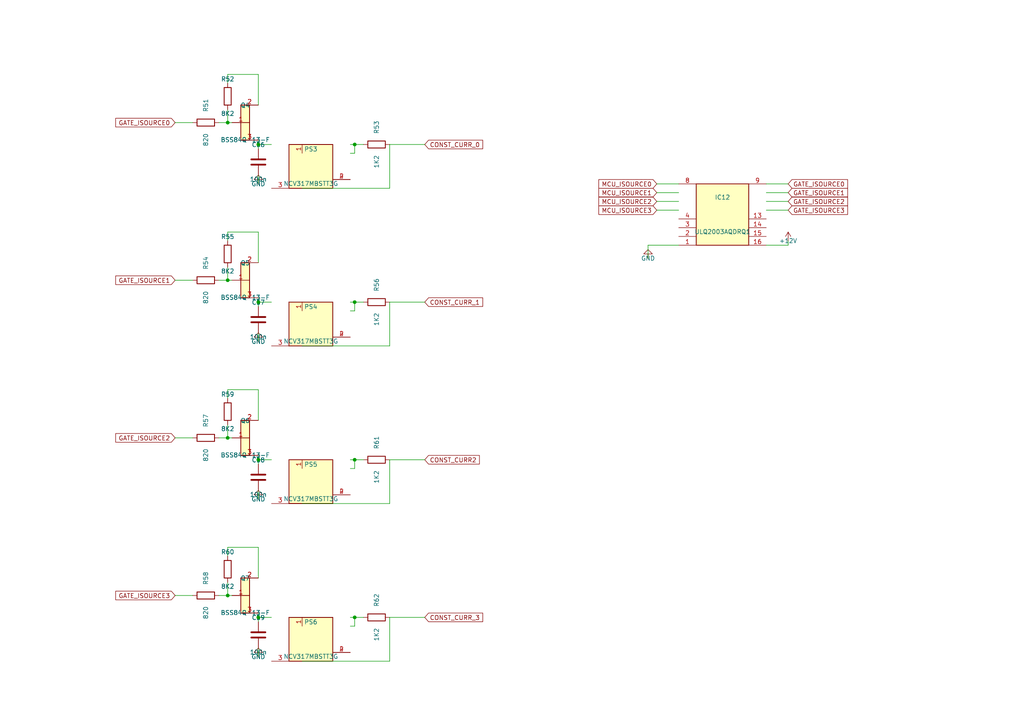
<source format=kicad_sch>
(kicad_sch (version 20231120) (generator "tokn_decoder") (generator_version "1.0")
  (paper "A4")
  (title_block (title "4 Channel Switched Constant Current Source"))
  (lib_symbols
    (symbol "Device:C" (pin_numbers (hide yes)) (pin_names (offset 0.254))
      (property "Reference" "C" (at 0.635 2.54 0))
      (property "Value" "C" (at 0.635 -2.54 0))
      (symbol "C_0_1"
        (polyline (pts (xy -2.032 0.762) (xy 2.032 0.762)) (stroke (width 0.508)))
        (polyline (pts (xy -2.032 -0.762) (xy 2.032 -0.762)) (stroke (width 0.508)))
      )
      (symbol "C_1_1"
        (pin passive line (at 0 3.81 270) (length 2.794) (name "~") (number "1"))
        (pin passive line (at 0 -3.81 90) (length 2.794) (name "~") (number "2"))
      )
    )
    (symbol "tokn:ULQ2003AQDRQ1"
      (property "Reference" "U" (at 14.7 -8.89 0))
      (property "Value" "ULQ2003AQDRQ1" (at 14.7 -6.3500000000000005 0))
      (symbol "ULQ2003AQDRQ1_1_1"
        (rectangle (start -7.619999999999999 -8.89) (end 7.619999999999999 8.89) (stroke (width 0.254)) (fill (type background)))
        (pin passive line (at 12.699999999999989 8.890000000000008 180) (length 5.079999999999989) (name "~") (number "9"))
        (pin passive line (at -12.700000000000017 8.890000000000008 0) (length 5.080000000000018) (name "~") (number "8"))
        (pin passive line (at 12.699999999999989 -8.889999999999993 180) (length 5.079999999999989) (name "~") (number "16"))
        (pin passive line (at 12.699999999999989 -6.349999999999994 180) (length 5.079999999999989) (name "~") (number "15"))
        (pin passive line (at 12.699999999999989 -3.809999999999995 180) (length 5.079999999999989) (name "~") (number "14"))
        (pin passive line (at 12.699999999999989 -1.269999999999996 180) (length 5.079999999999989) (name "~") (number "13"))
        (pin passive line (at -12.700000000000017 -8.889999999999993 0) (length 5.080000000000018) (name "~") (number "1"))
        (pin passive line (at -12.700000000000017 -6.349999999999994 0) (length 5.080000000000018) (name "~") (number "2"))
        (pin passive line (at -12.700000000000017 -3.809999999999995 0) (length 5.080000000000018) (name "~") (number "3"))
        (pin passive line (at -12.700000000000017 -1.269999999999996 0) (length 5.080000000000018) (name "~") (number "4"))
      )
    )
    (symbol "tokn:NCV317MBSTT3G"
      (property "Reference" "U" (at 13.43 -6.35 0))
      (property "Value" "NCV317MBSTT3G" (at 13.43 -3.8099999999999996 0))
      (symbol "NCV317MBSTT3G_1_1"
        (rectangle (start -6.35 -6.35) (end 6.35 6.35) (stroke (width 0.254)) (fill (type background)))
        (pin passive line (at -2.5400000000000063 6.350000000000001 270) (length 2.54) (name "~") (number "1"))
        (pin passive line (at -11.430000000000007 -6.350000000000001 0) (length 5.080000000000007) (name "~") (number "3"))
        (pin passive line (at 11.429999999999993 -3.809999999999995 180) (length 5.079999999999993) (name "~") (number "2"))
        (pin passive line (at 11.429999999999993 -3.809999999999995 180) (length 5.079999999999993) (name "~") (number "4"))
      )
    )
    (symbol "tokn:BSS84"
      (property "Reference" "U" (at 5.8100000000000005 -5.08 0))
      (property "Value" "BSS84" (at 5.8100000000000005 -2.54 0))
      (symbol "BSS84_1_1"
        (rectangle (start 1.27 -5.08) (end -1.27 5.08) (stroke (width 0.254)) (fill (type background)))
        (pin passive line (at 3.8100000000000023 -5.080000000000002 180) (length 5.080000000000002) (name "~") (number "3"))
        (pin passive line (at -3.8100000000000023 0.0 0) (length 5.080000000000002) (name "~") (number "1"))
        (pin passive line (at 3.8100000000000023 5.079999999999998 180) (length 5.080000000000002) (name "~") (number "2"))
      )
    )
    (symbol "Device:R" (pin_numbers (hide yes)) (pin_names (offset 0))
      (property "Reference" "R" (at 2.032 0 90))
      (property "Value" "R" (at 0 0 90))
      (symbol "R_0_1"
        (rectangle (start -1.016 -2.54) (end 1.016 2.54) (stroke (width 0.254)))
      )
      (symbol "R_1_1"
        (pin passive line (at 0 3.81 270) (length 1.27) (name "~") (number "1"))
        (pin passive line (at 0 -3.81 90) (length 1.27) (name "~") (number "2"))
      )
    )
    (symbol "power:GND" (power) (pin_numbers (hide yes)) (pin_names (offset 0) (hide yes))
      (property "Value" "GND" (at 0 -3.81 0))
      (symbol "GND_0_1"
        (polyline (pts (xy 0 0) (xy 0 -1.27) (xy 1.27 -1.27) (xy 0 -2.54) (xy -1.27 -1.27) (xy 0 -1.27)))
      )
      (symbol "GND_1_1"
        (pin power_in line (at 0 0 270) (length 0) (name "~") (number "1"))
      )
    )
    (symbol "power:+12V" (power) (pin_numbers (hide yes)) (pin_names (offset 0) (hide yes))
      (property "Value" "+12V" (at 0 3.556 0))
      (symbol "+12V_0_1"
        (polyline (pts (xy -0.762 1.27) (xy 0 2.54)))
        (polyline (pts (xy 0 2.54) (xy 0.762 1.27)))
        (polyline (pts (xy 0 0) (xy 0 2.54)))
      )
      (symbol "+12V_1_1"
        (pin power_in line (at 0 0 90) (length 0) (name "~") (number "1"))
      )
    )
  )
  (junction (at 102.87 179.07))
  (junction (at 66.04 35.56))
  (junction (at 74.93 41.91))
  (junction (at 74.93 133.35))
  (junction (at 74.93 87.63))
  (junction (at 66.04 127.0))
  (junction (at 102.87 41.91))
  (junction (at 102.87 87.63))
  (junction (at 66.04 172.72))
  (junction (at 74.93 179.07))
  (junction (at 102.87 133.35))
  (junction (at 66.04 81.28))
  (wire (pts (xy 74.93 21.59) (xy 66.04 21.59)))
  (wire (pts (xy 74.93 21.59) (xy 74.93 30.48)))
  (wire (pts (xy 66.04 21.59) (xy 66.04 24.13)))
  (wire (pts (xy 74.93 67.31) (xy 74.93 76.2)))
  (wire (pts (xy 66.04 67.31) (xy 66.04 69.85)))
  (wire (pts (xy 74.93 67.31) (xy 66.04 67.31)))
  (wire (pts (xy 66.04 113.03) (xy 66.04 115.57)))
  (wire (pts (xy 74.93 113.03) (xy 66.04 113.03)))
  (wire (pts (xy 74.93 113.03) (xy 74.93 121.92)))
  (wire (pts (xy 228.6 71.12) (xy 228.6 69.85)))
  (wire (pts (xy 222.25 71.12) (xy 228.6 71.12)))
  (wire (pts (xy 66.04 158.75) (xy 66.04 161.29)))
  (wire (pts (xy 74.93 158.75) (xy 66.04 158.75)))
  (wire (pts (xy 74.93 158.75) (xy 74.93 167.64)))
  (wire (pts (xy 187.96 71.12) (xy 187.96 74.93)))
  (wire (pts (xy 196.85 71.12) (xy 187.96 71.12)))
  (wire (pts (xy 74.93 142.24) (xy 74.93 144.78)))
  (wire (pts (xy 74.93 96.52) (xy 74.93 99.06)))
  (wire (pts (xy 74.93 50.8) (xy 74.93 53.34)))
  (wire (pts (xy 74.93 187.96) (xy 74.93 190.5)))
  (wire (pts (xy 113.03 133.35) (xy 113.03 146.05)))
  (wire (pts (xy 113.03 133.35) (xy 123.19 133.35)))
  (wire (pts (xy 113.03 146.05) (xy 87.63 146.05)))
  (wire (pts (xy 113.03 41.91) (xy 113.03 54.61)))
  (wire (pts (xy 113.03 54.61) (xy 87.63 54.61)))
  (wire (pts (xy 113.03 41.91) (xy 123.19 41.91)))
  (wire (pts (xy 113.03 87.63) (xy 113.03 100.33)))
  (wire (pts (xy 113.03 100.33) (xy 87.63 100.33)))
  (wire (pts (xy 113.03 87.63) (xy 123.19 87.63)))
  (wire (pts (xy 113.03 191.77) (xy 87.63 191.77)))
  (wire (pts (xy 113.03 179.07) (xy 113.03 191.77)))
  (wire (pts (xy 113.03 179.07) (xy 123.19 179.07)))
  (wire (pts (xy 222.25 53.34) (xy 228.6 53.34)))
  (wire (pts (xy 50.8 35.56) (xy 55.88 35.56)))
  (wire (pts (xy 50.8 81.28) (xy 55.88 81.28)))
  (wire (pts (xy 222.25 55.88) (xy 228.6 55.88)))
  (wire (pts (xy 222.25 58.42) (xy 228.6 58.42)))
  (wire (pts (xy 50.8 127.0) (xy 55.88 127.0)))
  (wire (pts (xy 222.25 60.96) (xy 228.6 60.96)))
  (wire (pts (xy 50.8 172.72) (xy 55.88 172.72)))
  (wire (pts (xy 190.5 53.34) (xy 196.85 53.34)))
  (wire (pts (xy 190.5 55.88) (xy 196.85 55.88)))
  (wire (pts (xy 190.5 58.42) (xy 196.85 58.42)))
  (wire (pts (xy 190.5 60.96) (xy 196.85 60.96)))
  (wire (pts (xy 102.87 179.07) (xy 105.41 179.07)))
  (wire (pts (xy 101.6 181.61) (xy 102.87 181.61)))
  (wire (pts (xy 102.87 179.07) (xy 102.87 181.61)))
  (wire (pts (xy 102.87 179.07) (xy 101.6 179.07)))
  (wire (pts (xy 66.04 31.75) (xy 66.04 35.56)))
  (wire (pts (xy 63.5 35.56) (xy 66.04 35.56)))
  (wire (pts (xy 66.04 35.56) (xy 67.31 35.56)))
  (wire (pts (xy 74.93 40.64) (xy 74.93 41.91)))
  (wire (pts (xy 74.93 41.91) (xy 74.93 43.18)))
  (wire (pts (xy 74.93 41.91) (xy 78.74 41.91)))
  (wire (pts (xy 74.93 133.35) (xy 78.74 133.35)))
  (wire (pts (xy 74.93 132.08) (xy 74.93 133.35)))
  (wire (pts (xy 74.93 133.35) (xy 74.93 134.62)))
  (wire (pts (xy 74.93 86.36) (xy 74.93 87.63)))
  (wire (pts (xy 74.93 87.63) (xy 78.74 87.63)))
  (wire (pts (xy 74.93 87.63) (xy 74.93 88.9)))
  (wire (pts (xy 66.04 127.0) (xy 67.31 127.0)))
  (wire (pts (xy 63.5 127.0) (xy 66.04 127.0)))
  (wire (pts (xy 66.04 123.19) (xy 66.04 127.0)))
  (wire (pts (xy 102.87 41.91) (xy 102.87 44.45)))
  (wire (pts (xy 102.87 41.91) (xy 101.6 41.91)))
  (wire (pts (xy 102.87 41.91) (xy 105.41 41.91)))
  (wire (pts (xy 101.6 44.45) (xy 102.87 44.45)))
  (wire (pts (xy 102.87 87.63) (xy 102.87 90.17)))
  (wire (pts (xy 101.6 90.17) (xy 102.87 90.17)))
  (wire (pts (xy 102.87 87.63) (xy 101.6 87.63)))
  (wire (pts (xy 102.87 87.63) (xy 105.41 87.63)))
  (wire (pts (xy 66.04 172.72) (xy 67.31 172.72)))
  (wire (pts (xy 63.5 172.72) (xy 66.04 172.72)))
  (wire (pts (xy 66.04 168.91) (xy 66.04 172.72)))
  (wire (pts (xy 74.93 177.8) (xy 74.93 179.07)))
  (wire (pts (xy 74.93 179.07) (xy 74.93 180.34)))
  (wire (pts (xy 74.93 179.07) (xy 78.74 179.07)))
  (wire (pts (xy 102.87 133.35) (xy 102.87 135.89)))
  (wire (pts (xy 101.6 135.89) (xy 102.87 135.89)))
  (wire (pts (xy 102.87 133.35) (xy 105.41 133.35)))
  (wire (pts (xy 102.87 133.35) (xy 101.6 133.35)))
  (wire (pts (xy 66.04 77.47) (xy 66.04 81.28)))
  (wire (pts (xy 63.5 81.28) (xy 66.04 81.28)))
  (wire (pts (xy 66.04 81.28) (xy 67.31 81.28)))
  (global_label "CONST_CURR2" (shape input) (at 123.19 133.35 0) (property "Intersheetrefs" "${INTERSHEET_REFS}" (effects (hide yes))))
  (global_label "CONST_CURR_0" (shape input) (at 123.19 41.91 0) (property "Intersheetrefs" "${INTERSHEET_REFS}" (effects (hide yes))))
  (global_label "CONST_CURR_1" (shape input) (at 123.19 87.63 0) (property "Intersheetrefs" "${INTERSHEET_REFS}" (effects (hide yes))))
  (global_label "CONST_CURR_3" (shape input) (at 123.19 179.07 0) (property "Intersheetrefs" "${INTERSHEET_REFS}" (effects (hide yes))))
  (global_label "GATE_ISOURCE0" (shape input) (at 228.6 53.34 0) (property "Intersheetrefs" "${INTERSHEET_REFS}" (effects (hide yes))))
  (global_label "GATE_ISOURCE0" (shape input) (at 50.8 35.56 180) (property "Intersheetrefs" "${INTERSHEET_REFS}" (effects (hide yes))))
  (global_label "GATE_ISOURCE1" (shape input) (at 50.8 81.28 180) (property "Intersheetrefs" "${INTERSHEET_REFS}" (effects (hide yes))))
  (global_label "GATE_ISOURCE1" (shape input) (at 228.6 55.88 0) (property "Intersheetrefs" "${INTERSHEET_REFS}" (effects (hide yes))))
  (global_label "GATE_ISOURCE2" (shape input) (at 228.6 58.42 0) (property "Intersheetrefs" "${INTERSHEET_REFS}" (effects (hide yes))))
  (global_label "GATE_ISOURCE2" (shape input) (at 50.8 127.0 180) (property "Intersheetrefs" "${INTERSHEET_REFS}" (effects (hide yes))))
  (global_label "GATE_ISOURCE3" (shape input) (at 228.6 60.96 0) (property "Intersheetrefs" "${INTERSHEET_REFS}" (effects (hide yes))))
  (global_label "GATE_ISOURCE3" (shape input) (at 50.8 172.72 180) (property "Intersheetrefs" "${INTERSHEET_REFS}" (effects (hide yes))))
  (global_label "MCU_ISOURCE0" (shape input) (at 190.5 53.34 180) (property "Intersheetrefs" "${INTERSHEET_REFS}" (effects (hide yes))))
  (global_label "MCU_ISOURCE1" (shape input) (at 190.5 55.88 180) (property "Intersheetrefs" "${INTERSHEET_REFS}" (effects (hide yes))))
  (global_label "MCU_ISOURCE2" (shape input) (at 190.5 58.42 180) (property "Intersheetrefs" "${INTERSHEET_REFS}" (effects (hide yes))))
  (global_label "MCU_ISOURCE3" (shape input) (at 190.5 60.96 180) (property "Intersheetrefs" "${INTERSHEET_REFS}" (effects (hide yes))))
  (symbol (lib_id "Device:C") (at 74.93 46.99 0) (unit 1)
    (property "Reference" "C56" (at 74.93 41.99 0))
    (property "Value" "100n" (at 74.93 51.99 0))
  )
  (symbol (lib_id "Device:C") (at 74.93 92.71 0) (unit 1)
    (property "Reference" "C57" (at 74.93 87.71 0))
    (property "Value" "100n" (at 74.93 97.71 0))
  )
  (symbol (lib_id "Device:C") (at 74.93 138.43 0) (unit 1)
    (property "Reference" "C58" (at 74.93 133.43 0))
    (property "Value" "100n" (at 74.93 143.43 0))
  )
  (symbol (lib_id "Device:C") (at 74.93 184.15 0) (unit 1)
    (property "Reference" "C59" (at 74.93 179.15 0))
    (property "Value" "100n" (at 74.93 189.15 0))
  )
  (symbol (lib_id "tokn:ULQ2003AQDRQ1") (at 209.55 62.23 0) (unit 1)
    (property "Reference" "IC12" (at 209.55 57.23 0))
    (property "Value" "ULQ2003AQDRQ1" (at 209.55 67.22999999999999 0))
    (property "Footprint" "SOIC-127" (effects (hide yes)))
  )
  (symbol (lib_id "tokn:NCV317MBSTT3G") (at 90.17 48.26 0) (unit 1)
    (property "Reference" "PS3" (at 90.17 43.26 0))
    (property "Value" "NCV317MBSTT3G" (at 90.17 53.26 0))
    (property "Footprint" "SOT230P700X175-4N" (effects (hide yes)))
  )
  (symbol (lib_id "tokn:NCV317MBSTT3G") (at 90.17 93.98 0) (unit 1)
    (property "Reference" "PS4" (at 90.17 88.98 0))
    (property "Value" "NCV317MBSTT3G" (at 90.17 98.98 0))
    (property "Footprint" "SOT230P700X175-4N" (effects (hide yes)))
  )
  (symbol (lib_id "tokn:NCV317MBSTT3G") (at 90.17 139.7 0) (unit 1)
    (property "Reference" "PS5" (at 90.17 134.7 0))
    (property "Value" "NCV317MBSTT3G" (at 90.17 144.7 0))
    (property "Footprint" "SOT230P700X175-4N" (effects (hide yes)))
  )
  (symbol (lib_id "tokn:NCV317MBSTT3G") (at 90.17 185.42 0) (unit 1)
    (property "Reference" "PS6" (at 90.17 180.42 0))
    (property "Value" "NCV317MBSTT3G" (at 90.17 190.42 0))
    (property "Footprint" "SOT230P700X175-4N" (effects (hide yes)))
  )
  (symbol (lib_id "tokn:BSS84") (at 71.12 35.56 0) (unit 1)
    (property "Reference" "Q4" (at 71.12 30.560000000000002 0))
    (property "Value" "BSS84Q-13-F" (at 71.12 40.56 0))
    (property "Footprint" "SOT-23" (effects (hide yes)))
  )
  (symbol (lib_id "tokn:BSS84") (at 71.12 81.28 0) (unit 1)
    (property "Reference" "Q5" (at 71.12 76.28 0))
    (property "Value" "BSS84Q-13-F" (at 71.12 86.28 0))
    (property "Footprint" "SOT-23" (effects (hide yes)))
  )
  (symbol (lib_id "tokn:BSS84") (at 71.12 127.0 0) (unit 1)
    (property "Reference" "Q6" (at 71.12 122.0 0))
    (property "Value" "BSS84Q-13-F" (at 71.12 132.0 0))
    (property "Footprint" "SOT-23" (effects (hide yes)))
  )
  (symbol (lib_id "tokn:BSS84") (at 71.12 172.72 0) (unit 1)
    (property "Reference" "Q7" (at 71.12 167.72 0))
    (property "Value" "BSS84Q-13-F" (at 71.12 177.72 0))
    (property "Footprint" "SOT-23" (effects (hide yes)))
  )
  (symbol (lib_id "Device:R") (at 59.69 35.56 270) (unit 1)
    (property "Reference" "R51" (at 59.69 30.560000000000002 0))
    (property "Value" "820" (at 59.69 40.56 0))
    (property "Footprint" "0603" (effects (hide yes)))
  )
  (symbol (lib_id "Device:R") (at 66.04 27.94 0) (unit 1)
    (property "Reference" "R52" (at 66.04 22.94 0))
    (property "Value" "8K2" (at 66.04 32.94 0))
    (property "Footprint" "0603" (effects (hide yes)))
  )
  (symbol (lib_id "Device:R") (at 109.22 41.91 270) (unit 1)
    (property "Reference" "R53" (at 109.22 36.91 0))
    (property "Value" "1K2" (at 109.22 46.91 0))
    (property "Footprint" "0603" (effects (hide yes)))
  )
  (symbol (lib_id "Device:R") (at 59.69 81.28 270) (unit 1)
    (property "Reference" "R54" (at 59.69 76.28 0))
    (property "Value" "820" (at 59.69 86.28 0))
    (property "Footprint" "0603" (effects (hide yes)))
  )
  (symbol (lib_id "Device:R") (at 66.04 73.66 0) (unit 1)
    (property "Reference" "R55" (at 66.04 68.66 0))
    (property "Value" "8K2" (at 66.04 78.66 0))
    (property "Footprint" "0603" (effects (hide yes)))
  )
  (symbol (lib_id "Device:R") (at 109.22 87.63 270) (unit 1)
    (property "Reference" "R56" (at 109.22 82.63 0))
    (property "Value" "1K2" (at 109.22 92.63 0))
    (property "Footprint" "0603" (effects (hide yes)))
  )
  (symbol (lib_id "Device:R") (at 59.69 127.0 270) (unit 1)
    (property "Reference" "R57" (at 59.69 122.0 0))
    (property "Value" "820" (at 59.69 132.0 0))
    (property "Footprint" "0603" (effects (hide yes)))
  )
  (symbol (lib_id "Device:R") (at 59.69 172.72 270) (unit 1)
    (property "Reference" "R58" (at 59.69 167.72 0))
    (property "Value" "820" (at 59.69 177.72 0))
    (property "Footprint" "0603" (effects (hide yes)))
  )
  (symbol (lib_id "Device:R") (at 66.04 119.38 0) (unit 1)
    (property "Reference" "R59" (at 66.04 114.38 0))
    (property "Value" "8K2" (at 66.04 124.38 0))
    (property "Footprint" "0603" (effects (hide yes)))
  )
  (symbol (lib_id "Device:R") (at 66.04 165.1 0) (unit 1)
    (property "Reference" "R60" (at 66.04 160.1 0))
    (property "Value" "8K2" (at 66.04 170.1 0))
    (property "Footprint" "0603" (effects (hide yes)))
  )
  (symbol (lib_id "Device:R") (at 109.22 133.35 270) (unit 1)
    (property "Reference" "R61" (at 109.22 128.35 0))
    (property "Value" "1K2" (at 109.22 138.35 0))
    (property "Footprint" "0603" (effects (hide yes)))
  )
  (symbol (lib_id "Device:R") (at 109.22 179.07 270) (unit 1)
    (property "Reference" "R62" (at 109.22 174.07 0))
    (property "Value" "1K2" (at 109.22 184.07 0))
    (property "Footprint" "0603" (effects (hide yes)))
  )
  (symbol (lib_id "power:+12V") (at 228.6 69.85 0) (unit 1)
    (property "Reference" "#PWR01" (effects (hide yes)))
    (property "Value" "+12V" (at 228.6 69.85 0))
  )
  (symbol (lib_id "power:GND") (at 187.96 74.93 180) (unit 1)
    (property "Reference" "#PWR02" (effects (hide yes)))
    (property "Value" "GND" (at 187.96 74.93 0))
  )
  (symbol (lib_id "power:GND") (at 74.93 144.78 180) (unit 1)
    (property "Reference" "#PWR03" (effects (hide yes)))
    (property "Value" "GND" (at 74.93 144.78 0))
  )
  (symbol (lib_id "power:GND") (at 74.93 99.06 180) (unit 1)
    (property "Reference" "#PWR04" (effects (hide yes)))
    (property "Value" "GND" (at 74.93 99.06 0))
  )
  (symbol (lib_id "power:GND") (at 74.93 53.34 180) (unit 1)
    (property "Reference" "#PWR05" (effects (hide yes)))
    (property "Value" "GND" (at 74.93 53.34 0))
  )
  (symbol (lib_id "power:GND") (at 74.93 190.5 180) (unit 1)
    (property "Reference" "#PWR06" (effects (hide yes)))
    (property "Value" "GND" (at 74.93 190.5 0))
  )
)
</source>
